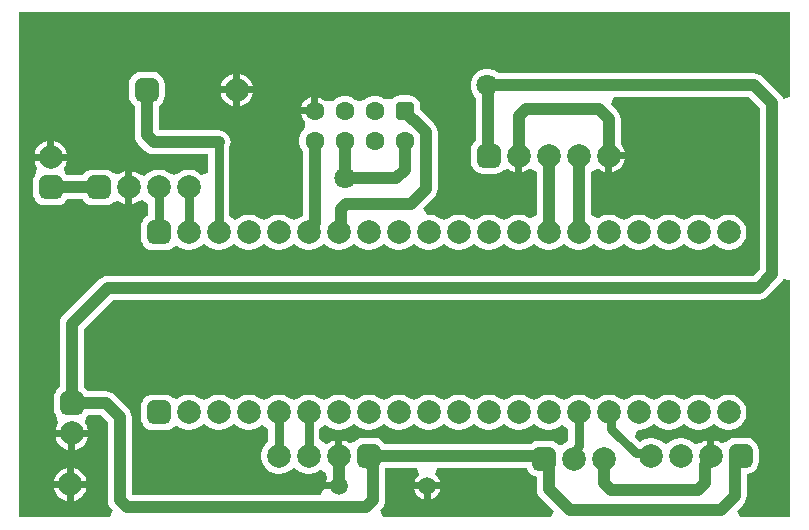
<source format=gbl>
G04*
G04 #@! TF.GenerationSoftware,Altium Limited,Altium Designer,25.4.2 (15)*
G04*
G04 Layer_Physical_Order=2*
G04 Layer_Color=16711680*
%FSTAX25Y25*%
%MOIN*%
G70*
G04*
G04 #@! TF.SameCoordinates,2C2525F3-303F-437E-BE4D-0CA75C0766EE*
G04*
G04*
G04 #@! TF.FilePolarity,Positive*
G04*
G01*
G75*
%ADD13C,0.03150*%
%ADD14C,0.03937*%
%ADD15C,0.06299*%
G04:AMPARAMS|DCode=16|XSize=62.99mil|YSize=62.99mil|CornerRadius=15.75mil|HoleSize=0mil|Usage=FLASHONLY|Rotation=180.000|XOffset=0mil|YOffset=0mil|HoleType=Round|Shape=RoundedRectangle|*
%AMROUNDEDRECTD16*
21,1,0.06299,0.03150,0,0,180.0*
21,1,0.03150,0.06299,0,0,180.0*
1,1,0.03150,-0.01575,0.01575*
1,1,0.03150,0.01575,0.01575*
1,1,0.03150,0.01575,-0.01575*
1,1,0.03150,-0.01575,-0.01575*
%
%ADD16ROUNDEDRECTD16*%
G04:AMPARAMS|DCode=17|XSize=78.74mil|YSize=78.74mil|CornerRadius=19.68mil|HoleSize=0mil|Usage=FLASHONLY|Rotation=0.000|XOffset=0mil|YOffset=0mil|HoleType=Round|Shape=RoundedRectangle|*
%AMROUNDEDRECTD17*
21,1,0.07874,0.03937,0,0,0.0*
21,1,0.03937,0.07874,0,0,0.0*
1,1,0.03937,0.01968,-0.01968*
1,1,0.03937,-0.01968,-0.01968*
1,1,0.03937,-0.01968,0.01968*
1,1,0.03937,0.01968,0.01968*
%
%ADD17ROUNDEDRECTD17*%
%ADD18C,0.07874*%
G04:AMPARAMS|DCode=19|XSize=78.74mil|YSize=78.74mil|CornerRadius=19.68mil|HoleSize=0mil|Usage=FLASHONLY|Rotation=270.000|XOffset=0mil|YOffset=0mil|HoleType=Round|Shape=RoundedRectangle|*
%AMROUNDEDRECTD19*
21,1,0.07874,0.03937,0,0,270.0*
21,1,0.03937,0.07874,0,0,270.0*
1,1,0.03937,-0.01968,-0.01968*
1,1,0.03937,-0.01968,0.01968*
1,1,0.03937,0.01968,0.01968*
1,1,0.03937,0.01968,-0.01968*
%
%ADD19ROUNDEDRECTD19*%
%ADD20C,0.05906*%
%ADD21C,0.07087*%
G36*
X0259483Y0142516D02*
X0257121Y0142046D01*
X0256939Y0142485D01*
X0256308Y0143308D01*
X0250308Y0149308D01*
X0249485Y0149939D01*
X0248528Y0150336D01*
X02475Y0150471D01*
X0162324D01*
X0161884Y015091D01*
X0160627Y0151636D01*
X0159226Y0152012D01*
X0157774D01*
X0156372Y0151636D01*
X0155116Y015091D01*
X0154089Y0149884D01*
X0153364Y0148627D01*
X0152988Y0147226D01*
Y0145774D01*
X0153364Y0144372D01*
X0154089Y0143116D01*
X0154779Y0142426D01*
Y0128203D01*
X0154224Y0127776D01*
X0153593Y0126954D01*
X0153196Y0125996D01*
X015306Y0124969D01*
Y0121031D01*
X0153196Y0120004D01*
X0153593Y0119046D01*
X0154224Y0118224D01*
X0155046Y0117593D01*
X0156004Y0117196D01*
X0157032Y011706D01*
X0160968D01*
X0161996Y0117196D01*
X0162954Y0117593D01*
X0163776Y0118224D01*
X016546Y0118559D01*
X0166517Y0118069D01*
X0166873Y0117864D01*
X0167819Y011761D01*
Y0123D01*
X0170181D01*
Y011761D01*
X0171127Y0117864D01*
X0172384Y0118589D01*
X0173042Y0118799D01*
X0175029Y0117529D01*
Y0103162D01*
X0173074Y0102233D01*
X017273Y0102164D01*
X017232Y0102383D01*
X0171797Y0102732D01*
X0170723Y0103178D01*
X0169582Y0103404D01*
X0168418D01*
X0167277Y0103178D01*
X0166203Y0102732D01*
X016568Y0102383D01*
X0164Y0101485D01*
X016232Y0102383D01*
X0161797Y0102732D01*
X0160723Y0103178D01*
X0159582Y0103404D01*
X0158418D01*
X0157277Y0103178D01*
X0156203Y0102732D01*
X015568Y0102383D01*
X0154Y0101485D01*
X015232Y0102383D01*
X0151797Y0102732D01*
X0150723Y0103178D01*
X0149582Y0103404D01*
X0148418D01*
X0147277Y0103178D01*
X0146203Y0102732D01*
X014568Y0102383D01*
X0144Y0101485D01*
X014232Y0102383D01*
X0141797Y0102732D01*
X0140723Y0103178D01*
X0139582Y0103404D01*
X0138418D01*
X0138347Y010339D01*
X0137183Y0105567D01*
X0140894Y0109279D01*
X0141526Y0110101D01*
X0141922Y0111059D01*
X0142058Y0112087D01*
Y0130935D01*
X0141922Y0131963D01*
X0141526Y0132921D01*
X0140894Y0133743D01*
X0136743Y0137894D01*
X0136649Y0137967D01*
X0136149Y0138467D01*
Y0139575D01*
X0136027Y01405D01*
X013567Y0141362D01*
X0135102Y0142102D01*
X0134362Y014267D01*
X01335Y0143027D01*
X0132575Y0143149D01*
X0129425D01*
X01285Y0143027D01*
X0127638Y014267D01*
X0127155Y0142299D01*
X0126797Y0142098D01*
X0124416Y0142004D01*
X0124168Y0142087D01*
X012409Y0142126D01*
X0122976Y0142769D01*
X0121674Y0143118D01*
X0120326D01*
X0119025Y0142769D01*
X0117857Y0142095D01*
X0117487Y0141725D01*
X0116Y0141363D01*
X0114513Y0141725D01*
X0114143Y0142095D01*
X0112976Y0142769D01*
X0111674Y0143118D01*
X0110326D01*
X0109025Y0142769D01*
X0107857Y0142095D01*
X0107199Y0141437D01*
X0106166Y0141208D01*
X0104309Y0141372D01*
X0103901Y014178D01*
X0102824Y0142402D01*
X0102181Y0142575D01*
Y0138D01*
X0101D01*
Y0136819D01*
X0096425D01*
X0096598Y0136176D01*
X009722Y0135099D01*
X0097628Y0134691D01*
X0097792Y0132834D01*
X0097563Y0131801D01*
X0096904Y0131143D01*
X0096231Y0129975D01*
X0095882Y0128674D01*
Y0127326D01*
X0096231Y0126024D01*
X0096904Y0124857D01*
X0097029Y0124733D01*
Y0103075D01*
X0096203Y0102732D01*
X009568Y0102383D01*
X0094Y0101485D01*
X009232Y0102383D01*
X0091797Y0102732D01*
X0090723Y0103178D01*
X0089582Y0103404D01*
X0088418D01*
X0087277Y0103178D01*
X0086203Y0102732D01*
X008568Y0102383D01*
X0084Y0101485D01*
X008232Y0102383D01*
X0081797Y0102732D01*
X0080723Y0103178D01*
X0079582Y0103404D01*
X0078418D01*
X0077277Y0103178D01*
X0076203Y0102732D01*
X007568Y0102383D01*
X0074577Y0101793D01*
X0072574Y0102976D01*
Y012584D01*
X0072836Y0126472D01*
X0072971Y01275D01*
X0072836Y0128528D01*
X0072439Y0129485D01*
X0071808Y0130308D01*
X0070986Y0130939D01*
X0070028Y0131336D01*
X0069Y0131471D01*
X0048971D01*
Y0139605D01*
X0049776Y0140224D01*
X0050407Y0141046D01*
X0050804Y0142004D01*
X005094Y0143032D01*
Y0146968D01*
X0050804Y0147996D01*
X0050407Y0148954D01*
X0049776Y0149776D01*
X0048954Y0150408D01*
X0047996Y0150804D01*
X0046968Y015094D01*
X0043031D01*
X0042004Y0150804D01*
X0041046Y0150408D01*
X0040224Y0149776D01*
X0039592Y0148954D01*
X0039196Y0147996D01*
X0039061Y0146968D01*
Y0143032D01*
X0039196Y0142004D01*
X0039592Y0141046D01*
X0040224Y0140224D01*
X0041029Y0139605D01*
Y0129806D01*
X0041164Y0128779D01*
X0041561Y0127821D01*
X0042192Y0126998D01*
X0044498Y0124692D01*
X0045321Y0124061D01*
X0046279Y0123664D01*
X0047306Y0123529D01*
X0065426D01*
Y011766D01*
X0065128Y0117434D01*
X0063064Y0116788D01*
X0062765Y0117087D01*
X0061797Y0117733D01*
X0060723Y0118179D01*
X0059582Y0118405D01*
X0058418D01*
X0057277Y0118179D01*
X0056203Y0117733D01*
X005568Y0117384D01*
X0054Y0116485D01*
X005232Y0117384D01*
X0051797Y0117733D01*
X0050723Y0118179D01*
X0049582Y0118405D01*
X0048418D01*
X0047277Y0118179D01*
X0046203Y0117733D01*
X0045338Y0117156D01*
X0044126Y0116356D01*
X0042384Y0116911D01*
X0042327Y0116944D01*
X0041127Y0117636D01*
X0040181Y011789D01*
Y01125D01*
Y010711D01*
X0041127Y0107364D01*
X0042384Y0108089D01*
X0043312Y0108385D01*
X0045426Y0106886D01*
Y0103064D01*
X0045046Y0102907D01*
X0044224Y0102275D01*
X0043593Y0101453D01*
X0043196Y0100495D01*
X004306Y0099467D01*
Y009553D01*
X0043196Y0094503D01*
X0043593Y0093545D01*
X0044224Y0092723D01*
X0045046Y0092092D01*
X0046004Y0091695D01*
X0047032Y009156D01*
X0050968D01*
X0051996Y0091695D01*
X0052954Y0092092D01*
X0053776Y0092723D01*
X0055235Y0092912D01*
X0056203Y0092266D01*
X0057277Y0091821D01*
X0058418Y0091593D01*
X0059582D01*
X0060723Y0091821D01*
X0061797Y0092266D01*
X006232Y0092615D01*
X0064Y0093514D01*
X006568Y0092615D01*
X0066203Y0092266D01*
X0067277Y0091821D01*
X0068418Y0091593D01*
X0069582D01*
X0070723Y0091821D01*
X0071797Y0092266D01*
X007232Y0092615D01*
X0074Y0093514D01*
X007568Y0092615D01*
X0076203Y0092266D01*
X0077277Y0091821D01*
X0078418Y0091593D01*
X0079582D01*
X0080723Y0091821D01*
X0081797Y0092266D01*
X008232Y0092615D01*
X0084Y0093514D01*
X008568Y0092615D01*
X0086203Y0092266D01*
X0087277Y0091821D01*
X0088418Y0091593D01*
X0089582D01*
X0090723Y0091821D01*
X0091797Y0092266D01*
X009232Y0092615D01*
X0094Y0093514D01*
X009568Y0092615D01*
X0096203Y0092266D01*
X0097277Y0091821D01*
X0098418Y0091593D01*
X0099582D01*
X0100723Y0091821D01*
X0101797Y0092266D01*
X010232Y0092615D01*
X0104Y0093514D01*
X010568Y0092615D01*
X0106203Y0092266D01*
X0107277Y0091821D01*
X0108418Y0091593D01*
X0109582D01*
X0110723Y0091821D01*
X0111797Y0092266D01*
X011232Y0092615D01*
X0114Y0093514D01*
X011568Y0092615D01*
X0116203Y0092266D01*
X0117277Y0091821D01*
X0118418Y0091593D01*
X0119582D01*
X0120723Y0091821D01*
X0121797Y0092266D01*
X012232Y0092615D01*
X0124Y0093514D01*
X012568Y0092615D01*
X0126203Y0092266D01*
X0127277Y0091821D01*
X0128418Y0091593D01*
X0129582D01*
X0130723Y0091821D01*
X0131797Y0092266D01*
X013232Y0092615D01*
X0134Y0093514D01*
X013568Y0092615D01*
X0136203Y0092266D01*
X0137277Y0091821D01*
X0138418Y0091593D01*
X0139582D01*
X0140723Y0091821D01*
X0141797Y0092266D01*
X014232Y0092615D01*
X0144Y0093514D01*
X014568Y0092615D01*
X0146203Y0092266D01*
X0147277Y0091821D01*
X0148418Y0091593D01*
X0149582D01*
X0150723Y0091821D01*
X0151797Y0092266D01*
X015232Y0092615D01*
X0154Y0093514D01*
X015568Y0092615D01*
X0156203Y0092266D01*
X0157277Y0091821D01*
X0158418Y0091593D01*
X0159582D01*
X0160723Y0091821D01*
X0161797Y0092266D01*
X016232Y0092615D01*
X0164Y0093514D01*
X016568Y0092615D01*
X0166203Y0092266D01*
X0167277Y0091821D01*
X0168418Y0091593D01*
X0169582D01*
X0170723Y0091821D01*
X0171797Y0092266D01*
X017232Y0092615D01*
X0174Y0093514D01*
X017568Y0092615D01*
X0176203Y0092266D01*
X0177277Y0091821D01*
X0178418Y0091593D01*
X0179582D01*
X0180723Y0091821D01*
X0181797Y0092266D01*
X018232Y0092615D01*
X0184Y0093514D01*
X018568Y0092615D01*
X0186203Y0092266D01*
X0187277Y0091821D01*
X0188418Y0091593D01*
X0189582D01*
X0190723Y0091821D01*
X0191797Y0092266D01*
X019232Y0092615D01*
X0194Y0093514D01*
X019568Y0092615D01*
X0196203Y0092266D01*
X0197277Y0091821D01*
X0198418Y0091593D01*
X0199582D01*
X0200723Y0091821D01*
X0201797Y0092266D01*
X020232Y0092615D01*
X0204Y0093514D01*
X020568Y0092615D01*
X0206203Y0092266D01*
X0207277Y0091821D01*
X0208418Y0091593D01*
X0209582D01*
X0210723Y0091821D01*
X0211797Y0092266D01*
X021232Y0092615D01*
X0214Y0093514D01*
X021568Y0092615D01*
X0216203Y0092266D01*
X0217277Y0091821D01*
X0218418Y0091593D01*
X0219582D01*
X0220723Y0091821D01*
X0221797Y0092266D01*
X022232Y0092615D01*
X0224Y0093514D01*
X022568Y0092615D01*
X0226203Y0092266D01*
X0227277Y0091821D01*
X0228418Y0091593D01*
X0229582D01*
X0230723Y0091821D01*
X0231797Y0092266D01*
X023232Y0092615D01*
X0234Y0093514D01*
X023568Y0092615D01*
X0236203Y0092266D01*
X0237277Y0091821D01*
X0238418Y0091593D01*
X0239582D01*
X0240723Y0091821D01*
X0241797Y0092266D01*
X0242764Y0092912D01*
X0243587Y0093735D01*
X0244233Y0094702D01*
X0244679Y0095776D01*
X0244905Y0096917D01*
Y0098081D01*
X0244679Y0099222D01*
X0244233Y0100296D01*
X0243587Y0101264D01*
X0242764Y0102086D01*
X0241797Y0102732D01*
X0240723Y0103178D01*
X0239582Y0103404D01*
X0238418D01*
X0237277Y0103178D01*
X0236203Y0102732D01*
X023568Y0102383D01*
X0234Y0101485D01*
X023232Y0102383D01*
X0231797Y0102732D01*
X0230723Y0103178D01*
X0229582Y0103404D01*
X0228418D01*
X0227277Y0103178D01*
X0226203Y0102732D01*
X022568Y0102383D01*
X0224Y0101485D01*
X022232Y0102383D01*
X0221797Y0102732D01*
X0220723Y0103178D01*
X0219582Y0103404D01*
X0218418D01*
X0217277Y0103178D01*
X0216203Y0102732D01*
X021568Y0102383D01*
X0214Y0101485D01*
X021232Y0102383D01*
X0211797Y0102732D01*
X0210723Y0103178D01*
X0209582Y0103404D01*
X0208418D01*
X0207277Y0103178D01*
X0206203Y0102732D01*
X020568Y0102383D01*
X0204Y0101485D01*
X020232Y0102383D01*
X0201797Y0102732D01*
X0200723Y0103178D01*
X0199582Y0103404D01*
X0198418D01*
X0197277Y0103178D01*
X0196203Y0102732D01*
X019568Y0102383D01*
X019527Y0102164D01*
X0194926Y0102233D01*
X0192971Y0103162D01*
Y0117529D01*
X0194958Y0118799D01*
X0195616Y0118589D01*
X0195673Y0118556D01*
X0196872Y0117864D01*
X0197819Y011761D01*
Y0123D01*
X0199D01*
Y0124181D01*
X020439D01*
X0204136Y0125127D01*
X0203411Y0126384D01*
X0202971Y0126824D01*
Y0135194D01*
X0202836Y0136222D01*
X0202439Y0137179D01*
X0201808Y0138002D01*
X0199643Y0140167D01*
X0200621Y0142529D01*
X0245855D01*
X0249529Y0138855D01*
Y0085145D01*
X0247355Y0082971D01*
X0032D01*
X0030972Y0082836D01*
X0030015Y0082439D01*
X0029192Y0081808D01*
X0017192Y0069808D01*
X0016561Y0068985D01*
X0016164Y0068028D01*
X0016029Y0067D01*
Y0045895D01*
X0015224Y0045276D01*
X0014593Y0044454D01*
X0014196Y0043496D01*
X0014061Y0042469D01*
Y0038532D01*
X0014196Y0037504D01*
X0014593Y0036546D01*
X0015224Y0035724D01*
X0015559Y003404D01*
X0015069Y0032983D01*
X0014864Y0032627D01*
X001461Y0031681D01*
X002D01*
X002539D01*
X0025136Y0032627D01*
X0024931Y0032983D01*
X0024442Y003404D01*
X0024776Y0035724D01*
X0025394Y0036529D01*
X0029855D01*
X0032029Y0034355D01*
Y0008306D01*
X0032164Y0007278D01*
X0032561Y0006321D01*
X0033192Y0005498D01*
X0033811Y0004879D01*
X0032833Y0002517D01*
X0002517D01*
Y0170983D01*
X0259483D01*
Y0142516D01*
D02*
G37*
G36*
Y0081484D02*
Y0002517D01*
X0242719D01*
X0241815Y0004699D01*
X0243839Y0006724D01*
X0244471Y0007546D01*
X0244867Y0008504D01*
X0245003Y0009532D01*
Y0017064D01*
X0245996Y0017195D01*
X0246954Y0017592D01*
X0247776Y0018223D01*
X0248408Y0019045D01*
X0248804Y0020003D01*
X0248939Y0021031D01*
Y0024968D01*
X0248804Y0025995D01*
X0248408Y0026953D01*
X0247776Y0027775D01*
X0246954Y0028407D01*
X0245996Y0028803D01*
X0244969Y0028938D01*
X0241032D01*
X0240004Y0028803D01*
X0239046Y0028407D01*
X0238224Y0027775D01*
X023654Y0027441D01*
X0235483Y002793D01*
X0235127Y0028135D01*
X0234181Y0028389D01*
Y0022999D01*
X0231819D01*
Y0028389D01*
X0230873Y0028135D01*
X0229616Y002741D01*
X0227874Y0026855D01*
X0226662Y0027655D01*
X0225797Y0028232D01*
X0224723Y0028678D01*
X0223582Y0028905D01*
X0222418D01*
X0221277Y0028678D01*
X0220203Y0028232D01*
X021968Y0027883D01*
X0218Y0026984D01*
X021632Y0027883D01*
X0215797Y0028232D01*
X0214723Y0028678D01*
X0213582Y0028905D01*
X0212418D01*
X0211277Y0028678D01*
X0210203Y0028232D01*
X0209375Y0027679D01*
X0207733Y0029321D01*
X0208143Y003068D01*
X0208801Y0031593D01*
X0209582D01*
X0210723Y003182D01*
X0211797Y0032266D01*
X021232Y0032615D01*
X0214Y0033514D01*
X021568Y0032615D01*
X0216203Y0032266D01*
X0217277Y003182D01*
X0218418Y0031593D01*
X0219582D01*
X0220723Y003182D01*
X0221797Y0032266D01*
X022232Y0032615D01*
X0224Y0033514D01*
X022568Y0032615D01*
X0226203Y0032266D01*
X0227277Y003182D01*
X0228418Y0031593D01*
X0229582D01*
X0230723Y003182D01*
X0231797Y0032266D01*
X023232Y0032615D01*
X0234Y0033514D01*
X023568Y0032615D01*
X0236203Y0032266D01*
X0237277Y003182D01*
X0238418Y0031593D01*
X0239582D01*
X0240723Y003182D01*
X0241797Y0032266D01*
X0242764Y0032912D01*
X0243587Y0033735D01*
X0244233Y0034702D01*
X0244679Y0035776D01*
X0244905Y0036917D01*
Y0038081D01*
X0244679Y0039222D01*
X0244233Y0040296D01*
X0243587Y0041264D01*
X0242764Y0042086D01*
X0241797Y0042732D01*
X0240723Y0043178D01*
X0239582Y0043404D01*
X0238418D01*
X0237277Y0043178D01*
X0236203Y0042732D01*
X023568Y0042383D01*
X0234Y0041484D01*
X023232Y0042383D01*
X0231797Y0042732D01*
X0230723Y0043178D01*
X0229582Y0043404D01*
X0228418D01*
X0227277Y0043178D01*
X0226203Y0042732D01*
X022568Y0042383D01*
X0224Y0041484D01*
X022232Y0042383D01*
X0221797Y0042732D01*
X0220723Y0043178D01*
X0219582Y0043404D01*
X0218418D01*
X0217277Y0043178D01*
X0216203Y0042732D01*
X021568Y0042383D01*
X0214Y0041484D01*
X021232Y0042383D01*
X0211797Y0042732D01*
X0210723Y0043178D01*
X0209582Y0043404D01*
X0208418D01*
X0207277Y0043178D01*
X0206203Y0042732D01*
X020568Y0042383D01*
X0204Y0041484D01*
X020232Y0042383D01*
X0201797Y0042732D01*
X0200723Y0043178D01*
X0199582Y0043404D01*
X0198418D01*
X0197277Y0043178D01*
X0196203Y0042732D01*
X019568Y0042383D01*
X0194Y0041484D01*
X019232Y0042383D01*
X0191797Y0042732D01*
X0190723Y0043178D01*
X0189582Y0043404D01*
X0188418D01*
X0187277Y0043178D01*
X0186203Y0042732D01*
X018568Y0042383D01*
X0184Y0041484D01*
X018232Y0042383D01*
X0181797Y0042732D01*
X0180723Y0043178D01*
X0179582Y0043404D01*
X0178418D01*
X0177277Y0043178D01*
X0176203Y0042732D01*
X017568Y0042383D01*
X0174Y0041484D01*
X017232Y0042383D01*
X0171797Y0042732D01*
X0170723Y0043178D01*
X0169582Y0043404D01*
X0168418D01*
X0167277Y0043178D01*
X0166203Y0042732D01*
X016568Y0042383D01*
X0164Y0041484D01*
X016232Y0042383D01*
X0161797Y0042732D01*
X0160723Y0043178D01*
X0159582Y0043404D01*
X0158418D01*
X0157277Y0043178D01*
X0156203Y0042732D01*
X015568Y0042383D01*
X0154Y0041484D01*
X015232Y0042383D01*
X0151797Y0042732D01*
X0150723Y0043178D01*
X0149582Y0043404D01*
X0148418D01*
X0147277Y0043178D01*
X0146203Y0042732D01*
X014568Y0042383D01*
X0144Y0041484D01*
X014232Y0042383D01*
X0141797Y0042732D01*
X0140723Y0043178D01*
X0139582Y0043404D01*
X0138418D01*
X0137277Y0043178D01*
X0136203Y0042732D01*
X013568Y0042383D01*
X0134Y0041484D01*
X013232Y0042383D01*
X0131797Y0042732D01*
X0130723Y0043178D01*
X0129582Y0043404D01*
X0128418D01*
X0127277Y0043178D01*
X0126203Y0042732D01*
X012568Y0042383D01*
X0124Y0041484D01*
X012232Y0042383D01*
X0121797Y0042732D01*
X0120723Y0043178D01*
X0119582Y0043404D01*
X0118418D01*
X0117277Y0043178D01*
X0116203Y0042732D01*
X011568Y0042383D01*
X0114Y0041484D01*
X011232Y0042383D01*
X0111797Y0042732D01*
X0110723Y0043178D01*
X0109582Y0043404D01*
X0108418D01*
X0107277Y0043178D01*
X0106203Y0042732D01*
X010568Y0042383D01*
X0104Y0041484D01*
X010232Y0042383D01*
X0101797Y0042732D01*
X0100723Y0043178D01*
X0099582Y0043404D01*
X0098418D01*
X0097277Y0043178D01*
X0096203Y0042732D01*
X009568Y0042383D01*
X0094Y0041484D01*
X009232Y0042383D01*
X0091797Y0042732D01*
X0090723Y0043178D01*
X0089582Y0043404D01*
X0088418D01*
X0087277Y0043178D01*
X0086203Y0042732D01*
X008568Y0042383D01*
X0084Y0041484D01*
X008232Y0042383D01*
X0081797Y0042732D01*
X0080723Y0043178D01*
X0079582Y0043404D01*
X0078418D01*
X0077277Y0043178D01*
X0076203Y0042732D01*
X007568Y0042383D01*
X0074Y0041484D01*
X007232Y0042383D01*
X0071797Y0042732D01*
X0070723Y0043178D01*
X0069582Y0043404D01*
X0068418D01*
X0067277Y0043178D01*
X0066203Y0042732D01*
X006568Y0042383D01*
X0064Y0041484D01*
X006232Y0042383D01*
X0061797Y0042732D01*
X0060723Y0043178D01*
X0059582Y0043404D01*
X0058418D01*
X0057277Y0043178D01*
X0056203Y0042732D01*
X0055235Y0042086D01*
X0053776Y0042275D01*
X0052954Y0042906D01*
X0051996Y0043303D01*
X0050968Y0043439D01*
X0047032D01*
X0046004Y0043303D01*
X0045046Y0042906D01*
X0044224Y0042275D01*
X0043593Y0041453D01*
X0043196Y0040495D01*
X004306Y0039467D01*
Y003553D01*
X0043196Y0034503D01*
X0043593Y0033545D01*
X0044224Y0032723D01*
X0045046Y0032092D01*
X0046004Y0031695D01*
X0047032Y003156D01*
X0050968D01*
X0051996Y0031695D01*
X0052954Y0032092D01*
X0053776Y0032723D01*
X0055235Y0032912D01*
X0056203Y0032266D01*
X0057277Y003182D01*
X0058418Y0031593D01*
X0059582D01*
X0060723Y003182D01*
X0061797Y0032266D01*
X006232Y0032615D01*
X0064Y0033514D01*
X006568Y0032615D01*
X0066203Y0032266D01*
X0067277Y003182D01*
X0068418Y0031593D01*
X0069582D01*
X0070723Y003182D01*
X0071797Y0032266D01*
X007232Y0032615D01*
X0074Y0033514D01*
X007568Y0032615D01*
X0076203Y0032266D01*
X0077277Y003182D01*
X0078418Y0031593D01*
X0079582D01*
X0080723Y003182D01*
X0081797Y0032266D01*
X008232Y0032615D01*
X0083423Y0033205D01*
X0085426Y0032022D01*
Y0027714D01*
X0085236Y0027586D01*
X0084413Y0026764D01*
X0083767Y0025796D01*
X0083321Y0024722D01*
X0083095Y0023581D01*
Y0022417D01*
X0083321Y0021276D01*
X0083767Y0020202D01*
X0084413Y0019234D01*
X0085236Y0018412D01*
X0086203Y0017766D01*
X0087277Y0017321D01*
X0088418Y0017094D01*
X0089582D01*
X0090723Y0017321D01*
X0091797Y0017766D01*
X009232Y0018115D01*
X0094Y0019014D01*
X009568Y0018115D01*
X0096203Y0017766D01*
X0097277Y0017321D01*
X0098418Y0017094D01*
X0099582D01*
X0100723Y0017321D01*
X0101797Y0017766D01*
X0102662Y0018343D01*
X0102667Y0018347D01*
X0103074Y0018265D01*
X0104905Y0017395D01*
X0105014Y0015151D01*
X0104781Y0014748D01*
X0104629Y0014181D01*
X0109D01*
Y0011819D01*
X010417D01*
X0103162Y0010209D01*
X0102793Y0009971D01*
X0039971D01*
Y0036D01*
X0039836Y0037028D01*
X0039439Y0037986D01*
X0038808Y0038808D01*
X0034308Y0043308D01*
X0033485Y0043939D01*
X0032528Y0044336D01*
X00315Y0044471D01*
X0025394D01*
X0024776Y0045276D01*
X0023971Y0045895D01*
Y0065355D01*
X0033645Y0075029D01*
X0249D01*
X0250028Y0075164D01*
X0250986Y0075561D01*
X0251808Y0076192D01*
X0256308Y0080692D01*
X0256939Y0081515D01*
X0257121Y0081954D01*
X0259483Y0081484D01*
D02*
G37*
G36*
X017568Y0032615D02*
X0176203Y0032266D01*
X0177277Y003182D01*
X0178418Y0031593D01*
X0179582D01*
X0180723Y003182D01*
X0181797Y0032266D01*
X018232Y0032615D01*
X0183423Y0033205D01*
X0185426Y0032022D01*
Y0028133D01*
X0183448Y0026625D01*
X0182276Y0026776D01*
X0181454Y0027408D01*
X0180496Y0027804D01*
X0179469Y002794D01*
X0175531D01*
X0174504Y0027804D01*
X0173546Y0027408D01*
X0172976Y002697D01*
X0124394D01*
X0123776Y0027775D01*
X0122954Y0028407D01*
X0121996Y0028803D01*
X0120968Y0028938D01*
X0117032D01*
X0116004Y0028803D01*
X0115046Y0028407D01*
X0114224Y0027775D01*
X011254Y0027441D01*
X0111483Y002793D01*
X0111127Y0028135D01*
X0110181Y0028389D01*
Y0022999D01*
X0107819D01*
Y0028389D01*
X0106872Y0028135D01*
X0105616Y002741D01*
X0104688Y0027114D01*
X0102574Y0028613D01*
Y0032022D01*
X0104577Y0033205D01*
X010568Y0032615D01*
X0106203Y0032266D01*
X0107277Y003182D01*
X0108418Y0031593D01*
X0109582D01*
X0110723Y003182D01*
X0111797Y0032266D01*
X011232Y0032615D01*
X0114Y0033514D01*
X011568Y0032615D01*
X0116203Y0032266D01*
X0117277Y003182D01*
X0118418Y0031593D01*
X0119582D01*
X0120723Y003182D01*
X0121797Y0032266D01*
X012232Y0032615D01*
X0124Y0033514D01*
X012568Y0032615D01*
X0126203Y0032266D01*
X0127277Y003182D01*
X0128418Y0031593D01*
X0129582D01*
X0130723Y003182D01*
X0131797Y0032266D01*
X013232Y0032615D01*
X0134Y0033514D01*
X013568Y0032615D01*
X0136203Y0032266D01*
X0137277Y003182D01*
X0138418Y0031593D01*
X0139582D01*
X0140723Y003182D01*
X0141797Y0032266D01*
X014232Y0032615D01*
X0144Y0033514D01*
X014568Y0032615D01*
X0146203Y0032266D01*
X0147277Y003182D01*
X0148418Y0031593D01*
X0149582D01*
X0150723Y003182D01*
X0151797Y0032266D01*
X015232Y0032615D01*
X0154Y0033514D01*
X015568Y0032615D01*
X0156203Y0032266D01*
X0157277Y003182D01*
X0158418Y0031593D01*
X0159582D01*
X0160723Y003182D01*
X0161797Y0032266D01*
X016232Y0032615D01*
X0164Y0033514D01*
X016568Y0032615D01*
X0166203Y0032266D01*
X0167277Y003182D01*
X0168418Y0031593D01*
X0169582D01*
X0170723Y003182D01*
X0171797Y0032266D01*
X017232Y0032615D01*
X0174Y0033514D01*
X017568Y0032615D01*
D02*
G37*
G36*
X0171696Y0019004D02*
X0172092Y0018046D01*
X0172724Y0017224D01*
X0173546Y0016592D01*
X0174504Y0016196D01*
X0175029Y0016127D01*
Y0012D01*
X0175164Y0010972D01*
X0175561Y0010014D01*
X0176192Y0009192D01*
X0180685Y0004699D01*
X0179781Y0002517D01*
X0123667D01*
X0122689Y0004879D01*
X0123308Y0005498D01*
X0123939Y0006321D01*
X0124336Y0007278D01*
X0124471Y0008306D01*
Y0019028D01*
X0135161D01*
X0135794Y0016666D01*
X013572Y0016623D01*
X0134877Y001578D01*
X0134281Y0014748D01*
X0134129Y0014181D01*
X0142871D01*
X0142719Y0014748D01*
X0142123Y001578D01*
X014128Y0016623D01*
X0141206Y0016666D01*
X0141839Y0019028D01*
X0171693D01*
X0171696Y0019004D01*
D02*
G37*
%LPC*%
G36*
X0076181Y015039D02*
Y0146181D01*
X008039D01*
X0080136Y0147127D01*
X007941Y0148384D01*
X0078384Y014941D01*
X0077127Y0150136D01*
X0076181Y015039D01*
D02*
G37*
G36*
X0073819D02*
X0072873Y0150136D01*
X0071616Y014941D01*
X007059Y0148384D01*
X0069864Y0147127D01*
X006961Y0146181D01*
X0073819D01*
Y015039D01*
D02*
G37*
G36*
X008039Y0143819D02*
X0076181D01*
Y013961D01*
X0077127Y0139864D01*
X0078384Y0140589D01*
X007941Y0141616D01*
X0080136Y0142873D01*
X008039Y0143819D01*
D02*
G37*
G36*
X0073819D02*
X006961D01*
X0069864Y0142873D01*
X007059Y0141616D01*
X0071616Y0140589D01*
X0072873Y0139864D01*
X0073819Y013961D01*
Y0143819D01*
D02*
G37*
G36*
X0099819Y0142575D02*
X0099176Y0142402D01*
X0098099Y014178D01*
X009722Y0140901D01*
X0096598Y0139824D01*
X0096425Y0139181D01*
X0099819D01*
Y0142575D01*
D02*
G37*
G36*
X0014181Y012789D02*
Y0123681D01*
X001839D01*
X0018136Y0124627D01*
X0017411Y0125884D01*
X0016384Y012691D01*
X0015127Y0127636D01*
X0014181Y012789D01*
D02*
G37*
G36*
X0011819D02*
X0010872Y0127636D01*
X0009616Y012691D01*
X000859Y0125884D01*
X0007864Y0124627D01*
X000761Y0123681D01*
X0011819D01*
Y012789D01*
D02*
G37*
G36*
X020439Y0121819D02*
X0200181D01*
Y011761D01*
X0201128Y0117864D01*
X0202384Y0118589D01*
X0203411Y0119616D01*
X0204136Y0120872D01*
X020439Y0121819D01*
D02*
G37*
G36*
X001839Y0121319D02*
X0013D01*
X000761D01*
X0007864Y0120372D01*
X0008069Y0120017D01*
X0008558Y011896D01*
X0008224Y0117276D01*
X0007593Y0116454D01*
X0007196Y0115496D01*
X0007061Y0114469D01*
Y0110531D01*
X0007196Y0109504D01*
X0007593Y0108546D01*
X0008224Y0107724D01*
X0009046Y0107092D01*
X0010004Y0106696D01*
X0011032Y0106561D01*
X0014968D01*
X0015996Y0106696D01*
X0016954Y0107092D01*
X0017776Y0107724D01*
X0018395Y0108529D01*
X0023606D01*
X0024224Y0107724D01*
X0025046Y0107092D01*
X0026004Y0106696D01*
X0027031Y0106561D01*
X0030968D01*
X0031996Y0106696D01*
X0032954Y0107092D01*
X0033776Y0107724D01*
X003546Y0108059D01*
X0036517Y0107569D01*
X0036873Y0107364D01*
X0037819Y010711D01*
Y01125D01*
Y011789D01*
X0036873Y0117636D01*
X0036517Y0117431D01*
X003546Y0116941D01*
X0033776Y0117276D01*
X0032954Y0117908D01*
X0031996Y0118304D01*
X0030968Y0118439D01*
X0027031D01*
X0026004Y0118304D01*
X0025046Y0117908D01*
X0024224Y0117276D01*
X0023606Y0116471D01*
X0018395D01*
X0017776Y0117276D01*
X0017442Y011896D01*
X0017931Y0120017D01*
X0018136Y0120372D01*
X001839Y0121319D01*
D02*
G37*
G36*
X002539Y0029319D02*
X0021181D01*
Y002511D01*
X0022128Y0025364D01*
X0023384Y002609D01*
X002441Y0027116D01*
X0025136Y0028372D01*
X002539Y0029319D01*
D02*
G37*
G36*
X0018819D02*
X001461D01*
X0014864Y0028372D01*
X0015589Y0027116D01*
X0016616Y002609D01*
X0017873Y0025364D01*
X0018819Y002511D01*
Y0029319D01*
D02*
G37*
G36*
X0020681Y001889D02*
Y0014681D01*
X002489D01*
X0024636Y0015628D01*
X0023911Y0016884D01*
X0022884Y001791D01*
X0021628Y0018636D01*
X0020681Y001889D01*
D02*
G37*
G36*
X0018319D02*
X0017372Y0018636D01*
X0016116Y001791D01*
X0015089Y0016884D01*
X0014364Y0015628D01*
X001411Y0014681D01*
X0018319D01*
Y001889D01*
D02*
G37*
G36*
X002489Y0012319D02*
X0020681D01*
Y000811D01*
X0021628Y0008364D01*
X0022884Y0009089D01*
X0023911Y0010116D01*
X0024636Y0011372D01*
X002489Y0012319D01*
D02*
G37*
G36*
X0018319D02*
X001411D01*
X0014364Y0011372D01*
X0015089Y0010116D01*
X0016116Y0009089D01*
X0017372Y0008364D01*
X0018319Y000811D01*
Y0012319D01*
D02*
G37*
G36*
X0142871Y0011819D02*
X0139681D01*
Y0008629D01*
X0140248Y0008781D01*
X014128Y0009377D01*
X0142123Y001022D01*
X0142719Y0011252D01*
X0142871Y0011819D01*
D02*
G37*
G36*
X0137319D02*
X0134129D01*
X0134281Y0011252D01*
X0134877Y001022D01*
X013572Y0009377D01*
X0136752Y0008781D01*
X0137319Y0008629D01*
Y0011819D01*
D02*
G37*
%LPD*%
D13*
X0059Y0097499D02*
Y01125D01*
X0199904Y0032096D02*
X0208097Y0023903D01*
X0212096D01*
X0188404Y0022904D02*
Y0025611D01*
X01875Y0022D02*
X0188404Y0022904D01*
Y0025611D02*
X0189Y0026207D01*
Y0037499D01*
X0199904Y0032096D02*
Y0036595D01*
X0212096Y0023903D02*
X0213Y0022999D01*
X0199Y0037499D02*
X0199904Y0036595D01*
X0069Y0097499D02*
Y01275D01*
X0109Y0097499D02*
Y0097893D01*
X0049Y0097499D02*
Y01125D01*
X0099Y0022999D02*
Y0037499D01*
X0089Y0022999D02*
Y0037499D01*
D14*
X0032Y0079D02*
X0249D01*
X002Y00405D02*
Y0067D01*
X0249Y0079D02*
X02535Y00835D01*
X002Y0067D02*
X0032Y0079D01*
X0228865Y00115D02*
X0231171Y0013806D01*
X0199806Y00115D02*
X0228865D01*
X0231171Y0013806D02*
Y0020105D01*
X01975Y0013806D02*
Y0022D01*
Y0013806D02*
X0199806Y00115D01*
X0179Y0012D02*
X0186Y0005D01*
X0179Y0012D02*
Y0022999D01*
X0233Y0021934D02*
Y0022999D01*
X0231171Y0020105D02*
X0233Y0021934D01*
X0186Y0005D02*
X02365D01*
X0241032Y0009532D02*
Y0021031D01*
X02365Y0005D02*
X0241032Y0009532D01*
Y0021031D02*
X0243Y0022999D01*
X0109Y0013D02*
Y0022999D01*
X0036Y0008306D02*
Y0036D01*
X0038306Y0006D02*
X0118194D01*
X01205Y0008306D02*
Y0019118D01*
X0118194Y0006D02*
X01205Y0008306D01*
X0036D02*
X0038306Y0006D01*
X02535Y00835D02*
Y01405D01*
X02475Y01465D02*
X02535Y01405D01*
X01585Y01465D02*
X02475D01*
X015875Y012325D02*
X0159Y0123D01*
X015875Y012325D02*
Y014625D01*
X01585Y01465D02*
X015875Y014625D01*
X0131Y0118306D02*
Y0128D01*
X0128194Y01155D02*
X0131Y0118306D01*
X0111Y01155D02*
X0128194D01*
X0111D02*
Y0128D01*
X0101Y0100564D02*
Y0128D01*
X0109Y0097499D02*
X0109753Y0098252D01*
Y0105447D01*
X0111306Y0107D01*
X0133D01*
X0138087Y0112087D01*
Y0130935D01*
X0133935Y0135087D02*
X0138087Y0130935D01*
X0133913Y0135087D02*
X0133935D01*
X0131Y0138D02*
X0133913Y0135087D01*
X0099Y0097499D02*
Y0098564D01*
X0101Y0100564D01*
X0199Y0123D02*
Y0135194D01*
X0195694Y01385D02*
X0199Y0135194D01*
X0171306Y01385D02*
X0195694D01*
X0169Y0136194D02*
X0171306Y01385D01*
X0169Y0123D02*
Y0136194D01*
X0189Y0097499D02*
Y0123D01*
X0179Y0097499D02*
Y0123D01*
X0045Y0129806D02*
Y0145D01*
X0047306Y01275D02*
X0069D01*
X0045Y0129806D02*
X0047306Y01275D01*
X00315Y00405D02*
X0036Y0036D01*
X002Y00405D02*
X00315D01*
X0120181Y0019437D02*
Y0021818D01*
Y0019437D02*
X01205Y0019118D01*
X0119Y0022999D02*
X0179D01*
X0119D02*
X0120181Y0021818D01*
X0013Y01125D02*
X0029D01*
D15*
X0101Y0138D02*
D03*
Y0128D02*
D03*
X0111Y0138D02*
D03*
Y0128D02*
D03*
X0121Y0138D02*
D03*
Y0128D02*
D03*
X0131D02*
D03*
D16*
Y0138D02*
D03*
D17*
X0159Y0123D02*
D03*
X0029Y01125D02*
D03*
X0049Y0037499D02*
D03*
Y0097499D02*
D03*
X0119Y0022999D02*
D03*
X01775Y0022D02*
D03*
X0243Y0022999D02*
D03*
X0045Y0145D02*
D03*
D18*
X0169Y0123D02*
D03*
X0179D02*
D03*
X0189D02*
D03*
X0199D02*
D03*
X0039Y01125D02*
D03*
X0049D02*
D03*
X0059D02*
D03*
X0239Y0037499D02*
D03*
X0229D02*
D03*
X0219D02*
D03*
X0209D02*
D03*
X0199D02*
D03*
X0189D02*
D03*
X0179D02*
D03*
X0169D02*
D03*
X0159D02*
D03*
X0149D02*
D03*
X0139D02*
D03*
X0129D02*
D03*
X0119D02*
D03*
X0109D02*
D03*
X0099D02*
D03*
X0089D02*
D03*
X0079D02*
D03*
X0069D02*
D03*
X0059D02*
D03*
X0239Y0097499D02*
D03*
X0229D02*
D03*
X0219D02*
D03*
X0209D02*
D03*
X0199D02*
D03*
X0189D02*
D03*
X0179D02*
D03*
X0169D02*
D03*
X0159D02*
D03*
X0149D02*
D03*
X0139D02*
D03*
X0129D02*
D03*
X0119D02*
D03*
X0109D02*
D03*
X0099D02*
D03*
X0089D02*
D03*
X0079D02*
D03*
X0069D02*
D03*
X0059D02*
D03*
X0109Y0022999D02*
D03*
X0099D02*
D03*
X0089D02*
D03*
X01975Y0022D02*
D03*
X01875D02*
D03*
X0233Y0022999D02*
D03*
X0223D02*
D03*
X0213D02*
D03*
X002Y00305D02*
D03*
X0013Y01225D02*
D03*
X0075Y0145D02*
D03*
X00195Y00135D02*
D03*
D19*
X002Y00405D02*
D03*
X0013Y01125D02*
D03*
D20*
X01385Y0013D02*
D03*
X0109D02*
D03*
D21*
X01585Y01465D02*
D03*
X0111Y01155D02*
D03*
M02*

</source>
